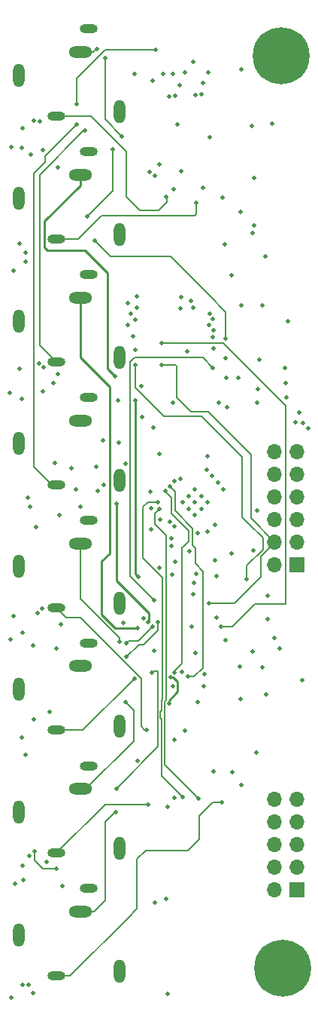
<source format=gbr>
%TF.GenerationSoftware,KiCad,Pcbnew,(6.0.11)*%
%TF.CreationDate,2023-02-18T19:52:45+01:00*%
%TF.ProjectId,eurorack-pmod-pcb,6575726f-7261-4636-9b2d-706d6f642d70,rev?*%
%TF.SameCoordinates,Original*%
%TF.FileFunction,Copper,L3,Inr*%
%TF.FilePolarity,Positive*%
%FSLAX46Y46*%
G04 Gerber Fmt 4.6, Leading zero omitted, Abs format (unit mm)*
G04 Created by KiCad (PCBNEW (6.0.11)) date 2023-02-18 19:52:45*
%MOMM*%
%LPD*%
G01*
G04 APERTURE LIST*
%TA.AperFunction,ComponentPad*%
%ADD10C,0.800000*%
%TD*%
%TA.AperFunction,ComponentPad*%
%ADD11C,6.400000*%
%TD*%
%TA.AperFunction,ComponentPad*%
%ADD12O,1.308000X2.616000*%
%TD*%
%TA.AperFunction,ComponentPad*%
%ADD13O,2.016000X1.008000*%
%TD*%
%TA.AperFunction,ComponentPad*%
%ADD14O,2.616000X1.308000*%
%TD*%
%TA.AperFunction,ComponentPad*%
%ADD15C,0.500000*%
%TD*%
%TA.AperFunction,ComponentPad*%
%ADD16R,1.700000X1.700000*%
%TD*%
%TA.AperFunction,ComponentPad*%
%ADD17O,1.700000X1.700000*%
%TD*%
%TA.AperFunction,ViaPad*%
%ADD18C,0.500000*%
%TD*%
%TA.AperFunction,Conductor*%
%ADD19C,0.254000*%
%TD*%
%TA.AperFunction,Conductor*%
%ADD20C,0.200000*%
%TD*%
%TA.AperFunction,Conductor*%
%ADD21C,0.204000*%
%TD*%
G04 APERTURE END LIST*
D10*
%TO.N,N/C*%
%TO.C,REF\u002A\u002A*%
X12873056Y-2112944D03*
X8776000Y-3810000D03*
X9478944Y-2112944D03*
D11*
X11176000Y-3810000D03*
D10*
X12873056Y-5507056D03*
X11176000Y-1410000D03*
X11176000Y-6210000D03*
X13576000Y-3810000D03*
X9478944Y-5507056D03*
%TD*%
D12*
%TO.N,GND*%
%TO.C,J10*%
X-18382000Y-88772626D03*
D13*
X-10482000Y-83572626D03*
D14*
%TO.N,/JACK_DETECT_OUT3*%
X-11482000Y-86172626D03*
D13*
%TO.N,Net-(J10-PadT)*%
X-14182000Y-93372626D03*
D12*
%TO.N,unconnected-(J10-PadTN)*%
X-7082000Y-92872626D03*
%TD*%
%TO.N,GND*%
%TO.C,J5*%
X-18382000Y-19829771D03*
D13*
X-10482000Y-14629771D03*
D14*
%TO.N,/JACK_DETECT_IN2*%
X-11482000Y-17229771D03*
D13*
%TO.N,Net-(J5-PadT)*%
X-14182000Y-24429771D03*
D12*
%TO.N,unconnected-(J5-PadTN)*%
X-7082000Y-23929771D03*
%TD*%
D15*
%TO.N,GND*%
%TO.C,U1*%
X742645Y-54694482D03*
X2156859Y-54694482D03*
X2156859Y-53280268D03*
X1449752Y-52573161D03*
X742645Y-53280268D03*
X1449752Y-55401589D03*
X1449752Y-53987375D03*
X2863966Y-53987375D03*
X35538Y-53987375D03*
%TD*%
D10*
%TO.N,N/C*%
%TO.C,REF\u002A\u002A*%
X11303000Y-108699000D03*
X13000056Y-107996056D03*
X9605944Y-104601944D03*
X13000056Y-104601944D03*
D11*
X11303000Y-106299000D03*
D10*
X9605944Y-107996056D03*
X13703000Y-106299000D03*
X11303000Y-103899000D03*
X8903000Y-106299000D03*
%TD*%
D16*
%TO.N,Net-(D2-Pad1)*%
%TO.C,J1*%
X12954000Y-97459800D03*
D17*
X10414000Y-97459800D03*
%TO.N,GND*%
X12954000Y-94919800D03*
X10414000Y-94919800D03*
X12954000Y-92379800D03*
X10414000Y-92379800D03*
X12954000Y-89839800D03*
X10414000Y-89839800D03*
%TO.N,Net-(D1-Pad2)*%
X12954000Y-87299800D03*
X10414000Y-87299800D03*
%TD*%
D12*
%TO.N,GND*%
%TO.C,J9*%
X-18382000Y-74984055D03*
D13*
X-10482000Y-69784055D03*
D14*
%TO.N,/JACK_DETECT_OUT2*%
X-11482000Y-72384055D03*
D13*
%TO.N,Net-(J9-PadT)*%
X-14182000Y-79584055D03*
D12*
%TO.N,unconnected-(J9-PadTN)*%
X-7082000Y-79084055D03*
%TD*%
%TO.N,GND*%
%TO.C,J11*%
X-18382000Y-102561200D03*
D13*
X-10482000Y-97361200D03*
D14*
%TO.N,/JACK_DETECT_OUT4*%
X-11482000Y-99961200D03*
D13*
%TO.N,Net-(J11-PadT)*%
X-14182000Y-107161200D03*
D12*
%TO.N,unconnected-(J11-PadTN)*%
X-7082000Y-106661200D03*
%TD*%
%TO.N,GND*%
%TO.C,J7*%
X-18382000Y-47406913D03*
D13*
X-10482000Y-42206913D03*
D14*
%TO.N,/JACK_DETECT_IN4*%
X-11482000Y-44806913D03*
D13*
%TO.N,Net-(J7-PadT)*%
X-14182000Y-52006913D03*
D12*
%TO.N,unconnected-(J7-PadTN)*%
X-7082000Y-51506913D03*
%TD*%
%TO.N,GND*%
%TO.C,J4*%
X-18382000Y-6041200D03*
D13*
X-10482000Y-841200D03*
D14*
%TO.N,/JACK_DETECT_IN1*%
X-11482000Y-3441200D03*
D13*
%TO.N,Net-(J4-PadT)*%
X-14182000Y-10641200D03*
D12*
%TO.N,unconnected-(J4-PadTN)*%
X-7082000Y-10141200D03*
%TD*%
%TO.N,GND*%
%TO.C,J6*%
X-18382000Y-33618342D03*
D13*
X-10482000Y-28418342D03*
D14*
%TO.N,/JACK_DETECT_IN3*%
X-11482000Y-31018342D03*
D13*
%TO.N,Net-(J6-PadT)*%
X-14182000Y-38218342D03*
D12*
%TO.N,unconnected-(J6-PadTN)*%
X-7082000Y-37718342D03*
%TD*%
%TO.N,GND*%
%TO.C,J8*%
X-18382000Y-61195484D03*
D13*
X-10482000Y-55995484D03*
D14*
%TO.N,/JACK_DETECT_OUT1*%
X-11482000Y-58595484D03*
D13*
%TO.N,Net-(J8-PadT)*%
X-14182000Y-65795484D03*
D12*
%TO.N,unconnected-(J8-PadTN)*%
X-7082000Y-65295484D03*
%TD*%
D16*
%TO.N,/SDIN1*%
%TO.C,J2*%
X12954000Y-60960000D03*
D17*
%TO.N,/SCL*%
X10414000Y-60960000D03*
%TO.N,/SDOUT1*%
X12954000Y-58420000D03*
%TO.N,/SDA*%
X10414000Y-58420000D03*
%TO.N,/LRCK*%
X12954000Y-55880000D03*
%TO.N,/PDN*%
X10414000Y-55880000D03*
%TO.N,/BICK*%
X12954000Y-53340000D03*
%TO.N,/MCLK*%
X10414000Y-53340000D03*
%TO.N,GNDD*%
X12954000Y-50800000D03*
X10414000Y-50800000D03*
%TO.N,/C_3V3*%
X12954000Y-48260000D03*
X10414000Y-48260000D03*
%TD*%
D18*
%TO.N,GND*%
X2336800Y-18643600D03*
X8331200Y-82092800D03*
X8534400Y-41300400D03*
X4572000Y-19761200D03*
X6553200Y-76047600D03*
X-932100Y-18802608D03*
X-763232Y-8358162D03*
X2435539Y-74665602D03*
X-154910Y-51371921D03*
X4826000Y-24993600D03*
X8483600Y-42773600D03*
X7951500Y-23749500D03*
X5588000Y-59690000D03*
X-2590800Y-48514000D03*
X1593280Y-62044009D03*
X11582400Y-38862000D03*
X8737600Y-37947600D03*
X-1625600Y-88138000D03*
X2214412Y-8170560D03*
X-1074147Y-74653166D03*
X-1625600Y-109169200D03*
X-1063556Y-42806044D03*
X-5042408Y-83005297D03*
X2968102Y-5718698D03*
X4927600Y-69443600D03*
X6553200Y-21386800D03*
X6654800Y-85750400D03*
X6647100Y-31851929D03*
%TO.N,+3.3VA*%
X-3556000Y-52781200D03*
X11684000Y-40589200D03*
%TO.N,VDD*%
X3911600Y-66954400D03*
X9601200Y-67106800D03*
X-6631160Y-67546300D03*
X3708400Y-60452000D03*
X-13970000Y-16357600D03*
X-15697200Y-14427200D03*
X10363200Y-69240400D03*
X3911600Y-62230000D03*
X-4363398Y-67011059D03*
X11734800Y-42164000D03*
%TO.N,+12V*%
X355600Y-79603600D03*
X6502400Y-72440800D03*
X11938000Y-33680400D03*
X-1778000Y-98501200D03*
X3149600Y-12954000D03*
X8128000Y-17526000D03*
%TO.N,-12V*%
X5537200Y-28498800D03*
X-863600Y-80619600D03*
X-3048000Y-98958400D03*
X6654800Y-5384800D03*
X-558800Y-11531600D03*
%TO.N,Net-(C21-Pad2)*%
X-5334000Y-5892800D03*
X-2133600Y-5842000D03*
%TO.N,Net-(C23-Pad1)*%
X-1270000Y-73609200D03*
X-1473200Y-76555600D03*
%TO.N,Net-(C18-Pad1)*%
X-2590800Y-16002000D03*
X-3688646Y-16895988D03*
%TO.N,/SDIN1*%
X1778000Y-57454800D03*
X9652000Y-64465200D03*
X812800Y-59486800D03*
%TO.N,/SCL*%
X1371600Y-63042800D03*
X-762000Y-60655200D03*
X-1397000Y-56159400D03*
X7274135Y-62648630D03*
X-5283200Y-38557200D03*
%TO.N,/SDOUT1*%
X-1168400Y-58877200D03*
%TO.N,/SDA*%
X-2318956Y-38524244D03*
X-1175508Y-58072404D03*
X3048000Y-65328800D03*
%TO.N,/PDN*%
X13563600Y-73964800D03*
X-2489200Y-55880000D03*
%TO.N,Net-(C25-Pad1)*%
X5689600Y-84277200D03*
X3556000Y-84226400D03*
%TO.N,/-VCOM*%
X-101600Y-16764000D03*
X9042400Y-31902400D03*
X-50800Y-73050400D03*
X1219200Y-64262000D03*
X-3352800Y-6604000D03*
X-3505200Y-54610000D03*
X-3505200Y-57048400D03*
X-863600Y-87172800D03*
X-2576689Y-61301489D03*
X304800Y-5689600D03*
X-3098800Y-17272000D03*
%TO.N,/dual_mono_inputs1/IN1_3V*%
X13193999Y-43857265D03*
X2743200Y-50292000D03*
%TO.N,Net-(RN4-Pad5)*%
X-1475846Y-8460844D03*
X-1066800Y-5892800D03*
%TO.N,/dual_mono_inputs1/IN2_3V*%
X12803761Y-44991100D03*
X3403600Y-51003200D03*
%TO.N,/vref/+3V0_AREF*%
X4165600Y-42824400D03*
X-863600Y-51612800D03*
X2844800Y-48768000D03*
X6299200Y-40030400D03*
%TO.N,/dual_mono_inputs2/IN1_3V*%
X13647500Y-45059600D03*
X4064000Y-51765200D03*
%TO.N,Net-(RN3-Pad5)*%
X-269437Y-7156028D03*
X2387600Y-6858000D03*
%TO.N,/dual_mono_inputs2/IN2_3V*%
X7874000Y-11734800D03*
X14224000Y-45669200D03*
X4673600Y-52527200D03*
X10160000Y-11430000D03*
%TO.N,/dual_mono_outputs1/OUT1*%
X-1361352Y-52210926D03*
X660400Y-73558400D03*
%TO.N,Net-(C20-Pad1)*%
X1524326Y-8284952D03*
X1270000Y-4521200D03*
%TO.N,/dual_mono_outputs1/OUT2*%
X-863600Y-73101200D03*
X-1846497Y-52714850D03*
%TO.N,/dual_mono_outputs2/OUT1*%
X56511Y-87067040D03*
X-2743200Y-53949600D03*
%TO.N,/dual_mono_outputs2/OUT2*%
X-2590800Y-54711600D03*
X1828800Y-87223600D03*
%TO.N,Net-(D3-Pad1)*%
X3505200Y-36728400D03*
X-17983200Y-11938000D03*
%TO.N,Net-(C22-Pad1)*%
X2489200Y-73304400D03*
X1778054Y-76440704D03*
%TO.N,Net-(D4-Pad1)*%
X-18084800Y-14173200D03*
X3454400Y-35458400D03*
%TO.N,Net-(D4-Pad2)*%
X-16691985Y-11111802D03*
X-19202400Y-14071600D03*
%TO.N,Net-(D5-Pad1)*%
X-17627600Y-25908000D03*
X3505200Y-34696400D03*
%TO.N,GNDD*%
X3698929Y-56546040D03*
X-851013Y-56665302D03*
X7924800Y-70713600D03*
X4978400Y-39979600D03*
X10972800Y-70358000D03*
X9499600Y-75590400D03*
X8483600Y-54914800D03*
X558800Y-37033200D03*
X9042400Y-72542400D03*
X-1115401Y-62127521D03*
X5029200Y-43281600D03*
X8018844Y-59428444D03*
X4927600Y-37795200D03*
X2899940Y-57306930D03*
%TO.N,Net-(D5-Pad2)*%
X-16002000Y-11226800D03*
X-17050956Y-14917356D03*
%TO.N,Net-(J4-PadT)*%
X-1778000Y-19659600D03*
%TO.N,Net-(J5-PadT)*%
X1574800Y-20320000D03*
%TO.N,Net-(J6-PadT)*%
X-10972800Y-12242800D03*
%TO.N,Net-(J7-PadT)*%
X-2997200Y-3200400D03*
X-11836400Y-9296400D03*
X-11887200Y-11531600D03*
%TO.N,Net-(J8-PadT)*%
X-4013200Y-79502000D03*
%TO.N,Net-(J9-PadT)*%
X-5366956Y-73794556D03*
%TO.N,Net-(D6-Pad1)*%
X-17627600Y-26974800D03*
X3048000Y-34036000D03*
%TO.N,Net-(D6-Pad2)*%
X-18948400Y-27940000D03*
X-18338800Y-24942800D03*
%TO.N,Net-(D7-Pad1)*%
X3454400Y-33426400D03*
X-18338800Y-38963600D03*
%TO.N,Net-(D8-Pad1)*%
X-18084800Y-42367200D03*
X3149600Y-32766000D03*
%TO.N,Net-(D8-Pad2)*%
X-16143262Y-38376033D03*
X-19405600Y-41656000D03*
%TO.N,Net-(D9-Pad1)*%
X-203200Y-32207200D03*
X1219200Y-32156400D03*
X-17373600Y-53492400D03*
%TO.N,Net-(D9-Pad2)*%
X-15687900Y-41505053D03*
X-15595600Y-38811200D03*
%TO.N,Net-(D10-Pad1)*%
X-3200400Y-45567600D03*
X-4521200Y-44399200D03*
X-17119600Y-54457600D03*
X1016000Y-31343600D03*
X-121341Y-30971349D03*
%TO.N,Net-(D10-Pad2)*%
X-13978881Y-39620301D03*
X-14499890Y-40634418D03*
%TO.N,Net-(D11-Pad1)*%
X-19020003Y-66751200D03*
X-5080000Y-30835600D03*
%TO.N,Net-(D12-Pad1)*%
X-17983200Y-68630800D03*
X-6075670Y-31638221D03*
%TO.N,Net-(D12-Pad2)*%
X-16265300Y-66381441D03*
X-19354800Y-69392800D03*
%TO.N,Net-(D13-Pad1)*%
X-14325600Y-49530000D03*
X-5130800Y-32156400D03*
X-16459200Y-56794400D03*
X-18034000Y-80365600D03*
%TO.N,Net-(D13-Pad2)*%
X-16744691Y-70042924D03*
X-15734016Y-65926423D03*
%TO.N,Net-(D14-Pad1)*%
X-12496800Y-50139600D03*
X-13817600Y-55372000D03*
X-17656935Y-82345390D03*
X-5740400Y-32816800D03*
%TO.N,Net-(J10-PadT)*%
X-3860800Y-87884000D03*
%TO.N,Net-(D14-Pad2)*%
X-14893700Y-77548953D03*
X-13665200Y-67716400D03*
X-16697001Y-78340617D03*
X-14122400Y-70358000D03*
%TO.N,Net-(D15-Pad1)*%
X-17932400Y-94742000D03*
X-9652000Y-49987200D03*
X-5283200Y-33477200D03*
X-9499600Y-52730400D03*
%TO.N,Net-(D16-Pad1)*%
X-17881600Y-96418400D03*
X-11430000Y-54508400D03*
X-11938000Y-52527200D03*
X-6096000Y-34086800D03*
%TO.N,Net-(D16-Pad2)*%
X-17194056Y-93667958D03*
X-18846800Y-96824800D03*
%TO.N,Net-(D17-Pad1)*%
X-8940800Y-46990000D03*
X-17971503Y-108153200D03*
X-8788400Y-52019200D03*
X-5537200Y-35306000D03*
%TO.N,Net-(D17-Pad2)*%
X-16644556Y-93134244D03*
X-14182500Y-95148400D03*
%TO.N,Net-(D18-Pad1)*%
X-7213600Y-42570400D03*
X-7112000Y-47244000D03*
X-5283200Y-36830000D03*
X-4622800Y-40894000D03*
X-6400800Y-49631600D03*
X-17272000Y-108153200D03*
%TO.N,Net-(D18-Pad2)*%
X-13512800Y-97028000D03*
X-15290800Y-94386400D03*
X-16764000Y-109067600D03*
X-19258700Y-109575600D03*
%TO.N,/JACK_DETECT_IN1*%
X4927600Y-35560000D03*
X-6756400Y-12903200D03*
X-9601200Y-3048000D03*
X-7823200Y-14325600D03*
X3454400Y-38862000D03*
X-10668000Y-21844000D03*
X-9855200Y-24587200D03*
X-3149600Y-64973200D03*
X-8686800Y-4064000D03*
%TO.N,/JACK_DETECT_IN2*%
X-5232400Y-42519600D03*
X-4927600Y-62382400D03*
X-7569200Y-39827200D03*
%TO.N,/JACK_DETECT_IN3*%
X-4978400Y-68122800D03*
%TO.N,/JACK_DETECT_IN4*%
X-3809244Y-67437928D03*
X-7366000Y-54152800D03*
%TO.N,/JACK_DETECT_OUT1*%
X-3184800Y-70647200D03*
X-7061200Y-69646800D03*
%TO.N,/JACK_DETECT_OUT2*%
X-6248400Y-69799200D03*
X-3302000Y-67919600D03*
%TO.N,/JACK_DETECT_OUT3*%
X-2763353Y-67418293D03*
X-6400800Y-76403200D03*
X-6248400Y-71323200D03*
%TO.N,/JACK_DETECT_OUT4*%
X-3398742Y-73072653D03*
X-7467600Y-88747600D03*
X-7416800Y-86156800D03*
X1473200Y-70916800D03*
%TO.N,Net-(J11-PadT)*%
X4470400Y-87680800D03*
%TO.N,/~{PDN}*%
X-2336800Y-36068000D03*
X4368800Y-67919600D03*
X1117600Y-67919600D03*
%TO.N,Net-(RN7-Pad6)*%
X8077200Y-22860000D03*
X9398000Y-26365200D03*
%TD*%
D19*
%TO.N,Net-(C23-Pad1)*%
X-1473200Y-76200000D02*
X-609600Y-75336400D01*
X-609600Y-75336400D02*
X-508000Y-75234800D01*
X-508000Y-75234800D02*
X-508000Y-74117200D01*
X-1016000Y-73609200D02*
X-1270000Y-73609200D01*
X-1473200Y-76555600D02*
X-1473200Y-76200000D01*
X-508000Y-74117200D02*
X-1016000Y-73609200D01*
D20*
%TO.N,/SCL*%
X9093200Y-59283600D02*
X9093200Y-57962800D01*
X6756400Y-55626000D02*
X6756400Y-48920400D01*
X7274135Y-61102665D02*
X9093200Y-59283600D01*
X-5283200Y-41097200D02*
X-5283200Y-38557200D01*
X7274135Y-62648630D02*
X7274135Y-61102665D01*
X2184400Y-44348400D02*
X-2032000Y-44348400D01*
X7467600Y-56337200D02*
X6756400Y-55626000D01*
X-2032000Y-44348400D02*
X-5283200Y-41097200D01*
X6756400Y-48920400D02*
X2184400Y-44348400D01*
X9093200Y-57962800D02*
X7467600Y-56337200D01*
D21*
%TO.N,/SDA*%
X-609600Y-42214800D02*
X-609600Y-38658800D01*
X8834301Y-60110307D02*
X8834301Y-62387299D01*
X7772400Y-55778400D02*
X7772400Y-48615600D01*
X8834301Y-62387299D02*
X5892800Y-65328800D01*
X7772400Y-48615600D02*
X2946400Y-43789600D01*
X10414000Y-58530608D02*
X8834301Y-60110307D01*
X5892800Y-65328800D02*
X3048000Y-65328800D01*
X965200Y-43789600D02*
X-609600Y-42214800D01*
X2946400Y-43789600D02*
X965200Y-43789600D01*
X-744156Y-38524244D02*
X-2318956Y-38524244D01*
X10414000Y-58420000D02*
X7772400Y-55778400D01*
X10414000Y-58420000D02*
X10414000Y-58530608D01*
X-609600Y-38658800D02*
X-744156Y-38524244D01*
D20*
%TO.N,/dual_mono_outputs1/OUT1*%
X1473200Y-59131200D02*
X1473200Y-60858400D01*
X-1361352Y-52210926D02*
X-1361352Y-52232648D01*
X-812800Y-52781200D02*
X-812800Y-54914800D01*
X1168400Y-56896000D02*
X1168400Y-58826400D01*
X1168400Y-58826400D02*
X1473200Y-59131200D01*
X1473200Y-60858400D02*
X2336800Y-61722000D01*
X1371600Y-73558400D02*
X660400Y-73558400D01*
X2336800Y-61722000D02*
X2336800Y-72593200D01*
X-1361352Y-52232648D02*
X-812800Y-52781200D01*
X-812800Y-54914800D02*
X1168400Y-56896000D01*
X2336800Y-72593200D02*
X1371600Y-73558400D01*
%TO.N,/dual_mono_outputs1/OUT2*%
X-1219200Y-55219600D02*
X0Y-56438800D01*
X152400Y-58928000D02*
X101600Y-58928000D01*
X101600Y-58928000D02*
X0Y-59029600D01*
X711200Y-58369200D02*
X152400Y-58928000D01*
X-1219200Y-55067200D02*
X-1219200Y-55219600D01*
X-863600Y-72898000D02*
X-863600Y-73101200D01*
X-1219200Y-53441600D02*
X-1219200Y-55067200D01*
X0Y-61976000D02*
X0Y-72034400D01*
X0Y-56438800D02*
X711200Y-57150000D01*
X-1846497Y-52814303D02*
X-1320800Y-53340000D01*
X711200Y-57150000D02*
X711200Y-58369200D01*
X-101600Y-72136000D02*
X-863600Y-72898000D01*
X0Y-59029600D02*
X0Y-61976000D01*
X-1320800Y-53340000D02*
X-1219200Y-53441600D01*
X0Y-72034400D02*
X-101600Y-72136000D01*
X-1846497Y-52714850D02*
X-1846497Y-52814303D01*
%TO.N,/dual_mono_outputs2/OUT1*%
X-4419600Y-54508400D02*
X-4419600Y-60242620D01*
X-2213853Y-76128111D02*
X-2299201Y-76213459D01*
X-4419600Y-60242620D02*
X-2213853Y-62448367D01*
X-2443745Y-77516539D02*
X-2443745Y-78200821D01*
X-2299201Y-77371995D02*
X-2443745Y-77516539D01*
X-2743200Y-53949600D02*
X-3860800Y-53949600D01*
X-2213853Y-62448367D02*
X-2213853Y-76128111D01*
X-3860800Y-53949600D02*
X-4419600Y-54508400D01*
X-2299201Y-76213459D02*
X-2299201Y-77371995D01*
X-2443745Y-78200821D02*
X-2299201Y-78345365D01*
X-2299201Y-84711328D02*
X56511Y-87067040D01*
X-2299201Y-78345365D02*
X-2299201Y-84711328D01*
%TO.N,/dual_mono_outputs2/OUT2*%
X-1826701Y-57710899D02*
X-1826701Y-76202701D01*
X-1972700Y-83422100D02*
X1828800Y-87223600D01*
X-3098800Y-56438800D02*
X-1826701Y-57710899D01*
X-1826701Y-76202701D02*
X-1972700Y-76348700D01*
X-3098800Y-55219600D02*
X-3098800Y-56438800D01*
X-2590800Y-54711600D02*
X-3098800Y-55219600D01*
X-1972700Y-76348700D02*
X-1972700Y-83422100D01*
%TO.N,Net-(J4-PadT)*%
X-10237600Y-10641200D02*
X-7467600Y-13411200D01*
X-6299200Y-14579600D02*
X-6299200Y-18592800D01*
X-6299200Y-18592800D02*
X-6299200Y-19710400D01*
X-2641600Y-21234400D02*
X-1676400Y-20269200D01*
X-7467600Y-13411200D02*
X-6299200Y-14579600D01*
X-14182000Y-10641200D02*
X-10237600Y-10641200D01*
X-6299200Y-19710400D02*
X-4775200Y-21234400D01*
X-1676400Y-20269200D02*
X-1676400Y-19761200D01*
X-1676400Y-19761200D02*
X-1778000Y-19659600D01*
X-4775200Y-21234400D02*
X-2641600Y-21234400D01*
%TO.N,Net-(J5-PadT)*%
X-14182000Y-24429771D02*
X-11678971Y-24429771D01*
X-9144000Y-21894800D02*
X-9042400Y-21793200D01*
X-9042400Y-21793200D02*
X1422400Y-21793200D01*
X-11678971Y-24429771D02*
X-9144000Y-21894800D01*
X1422400Y-21793200D02*
X1574800Y-21640800D01*
X1574800Y-21640800D02*
X1574800Y-20320000D01*
%TO.N,Net-(J6-PadT)*%
X-16052800Y-17221200D02*
X-11074400Y-12242800D01*
X-16052800Y-36347542D02*
X-16052800Y-17221200D01*
X-14182000Y-38218342D02*
X-16052800Y-36347542D01*
X-11074400Y-12242800D02*
X-10972800Y-12242800D01*
%TO.N,Net-(J7-PadT)*%
X-8686800Y-3200400D02*
X-2997200Y-3200400D01*
X-14182000Y-52006913D02*
X-14686000Y-52006913D01*
X-8686800Y-3200400D02*
X-11836400Y-6350000D01*
X-15452500Y-15096900D02*
X-11887200Y-11531600D01*
X-16713200Y-49979713D02*
X-16713200Y-17018000D01*
X-16713200Y-17018000D02*
X-15452500Y-15757300D01*
X-11836400Y-6350000D02*
X-11836400Y-9296400D01*
X-14686000Y-52006913D02*
X-16713200Y-49979713D01*
X-15452500Y-15757300D02*
X-15452500Y-15096900D01*
%TO.N,Net-(J8-PadT)*%
X-14182000Y-65795484D02*
X-13074000Y-66903484D01*
X-13074000Y-66903484D02*
X-11480916Y-66903484D01*
X-4216400Y-79502000D02*
X-4013200Y-79502000D01*
X-4622800Y-79095600D02*
X-4216400Y-79502000D01*
X-11480916Y-66903484D02*
X-4622800Y-73761600D01*
X-4622800Y-73761600D02*
X-4622800Y-79095600D01*
%TO.N,Net-(J9-PadT)*%
X-14182000Y-79584055D02*
X-11156455Y-79584055D01*
X-11156455Y-79584055D02*
X-5366956Y-73794556D01*
%TO.N,Net-(J10-PadT)*%
X-14182000Y-93372626D02*
X-8693374Y-87884000D01*
X-8693374Y-87884000D02*
X-3860800Y-87884000D01*
%TO.N,Net-(D17-Pad2)*%
X-15697200Y-95148400D02*
X-16644556Y-94201044D01*
X-14182500Y-95148400D02*
X-15697200Y-95148400D01*
X-16644556Y-94201044D02*
X-16644556Y-93134244D01*
%TO.N,/JACK_DETECT_IN1*%
X-5851300Y-62271500D02*
X-3149600Y-64973200D01*
X-9994400Y-3441200D02*
X-9601200Y-3048000D01*
X-11482000Y-3441200D02*
X-9994400Y-3441200D01*
X-7823200Y-18999200D02*
X-10668000Y-21844000D01*
X-5384800Y-37744400D02*
X-5851300Y-38210900D01*
X-8077200Y-26365200D02*
X-5334000Y-26365200D01*
X-7823200Y-14325600D02*
X-7823200Y-18999200D01*
X4927600Y-32613600D02*
X4927600Y-35560000D01*
X-8686800Y-10972800D02*
X-6756400Y-12903200D01*
X-1320800Y-26365200D02*
X2997200Y-30683200D01*
X-5851300Y-38210900D02*
X-5851300Y-62271500D01*
X-5334000Y-26365200D02*
X-1320800Y-26365200D01*
X2336800Y-37744400D02*
X-5384800Y-37744400D01*
X-9855200Y-24587200D02*
X-8077200Y-26365200D01*
X2997200Y-30683200D02*
X4927600Y-32613600D01*
X3454400Y-38862000D02*
X2336800Y-37744400D01*
X-8686800Y-4064000D02*
X-8686800Y-10972800D01*
D19*
%TO.N,/JACK_DETECT_IN2*%
X-8432800Y-28194000D02*
X-10922000Y-25704800D01*
X-8432800Y-38963600D02*
X-8432800Y-28194000D01*
X-5283200Y-62026800D02*
X-5283200Y-44145200D01*
X-5283200Y-42570400D02*
X-5232400Y-42519600D01*
X-5283200Y-44145200D02*
X-5283200Y-42570400D01*
X-15189200Y-25704800D02*
X-15517000Y-25377000D01*
X-10922000Y-25704800D02*
X-15189200Y-25704800D01*
X-4927600Y-62382400D02*
X-5283200Y-62026800D01*
X-7569200Y-39827200D02*
X-8432800Y-38963600D01*
X-11482000Y-18390800D02*
X-11482000Y-17229771D01*
X-15517000Y-25377000D02*
X-15517000Y-22425800D01*
X-15517000Y-22425800D02*
X-11482000Y-18390800D01*
%TO.N,/JACK_DETECT_IN3*%
X-4978400Y-68122800D02*
X-7575636Y-68122800D01*
X-7575636Y-68122800D02*
X-9093200Y-66605236D01*
X-8178800Y-41046400D02*
X-11482000Y-37743200D01*
X-9093200Y-66605236D02*
X-9093200Y-60604400D01*
X-8178800Y-59690000D02*
X-8178800Y-41046400D01*
X-9093200Y-60604400D02*
X-8178800Y-59690000D01*
X-11482000Y-37743200D02*
X-11482000Y-31018342D01*
%TO.N,/JACK_DETECT_IN4*%
X-7366000Y-62788800D02*
X-3730258Y-66424542D01*
X-3730258Y-67358942D02*
X-3809244Y-67437928D01*
X-7366000Y-54152800D02*
X-7366000Y-62788800D01*
X-3730258Y-66424542D02*
X-3730258Y-67358942D01*
D20*
%TO.N,/JACK_DETECT_OUT1*%
X-11482000Y-64819600D02*
X-9956800Y-66344800D01*
X-9956800Y-66344800D02*
X-7061200Y-69240400D01*
X-7061200Y-69240400D02*
X-7061200Y-69646800D01*
X-11482000Y-58595484D02*
X-11482000Y-64819600D01*
%TO.N,/JACK_DETECT_OUT2*%
X-6248400Y-69799200D02*
X-6001299Y-69552099D01*
X-6001299Y-69552099D02*
X-4934499Y-69552099D01*
X-4934499Y-69552099D02*
X-3302000Y-67919600D01*
%TO.N,/JACK_DETECT_OUT3*%
X-5435600Y-77673200D02*
X-5435600Y-77368400D01*
X-11482000Y-86172626D02*
X-10828000Y-86172626D01*
X-4876800Y-69951600D02*
X-4318000Y-69951600D01*
X-2692400Y-67489246D02*
X-2763353Y-67418293D01*
X-5435600Y-80780226D02*
X-5435600Y-77673200D01*
X-4318000Y-69951600D02*
X-2692400Y-68326000D01*
X-5435600Y-77368400D02*
X-6400800Y-76403200D01*
X-2692400Y-68326000D02*
X-2692400Y-67489246D01*
X-10828000Y-86172626D02*
X-5435600Y-80780226D01*
X-6248400Y-71323200D02*
X-4876800Y-69951600D01*
%TO.N,/JACK_DETECT_OUT4*%
X-2770246Y-78336062D02*
X-2770246Y-77381298D01*
X-2692400Y-77303452D02*
X-2692400Y-72948800D01*
X-2692400Y-72948800D02*
X-3274889Y-72948800D01*
X-8636000Y-89865200D02*
X-8026400Y-89255600D01*
X-2770246Y-77381298D02*
X-2692400Y-77303452D01*
X-2692400Y-78413908D02*
X-2770246Y-78336062D01*
X-8636000Y-98704400D02*
X-8636000Y-89865200D01*
X-11482000Y-99961200D02*
X-9892800Y-99961200D01*
X-8026400Y-89255600D02*
X-7518400Y-88747600D01*
X-7416800Y-86156800D02*
X-2692400Y-81432400D01*
X-2692400Y-81432400D02*
X-2692400Y-78413908D01*
X-7518400Y-88747600D02*
X-7467600Y-88747600D01*
X-9892800Y-99961200D02*
X-8636000Y-98704400D01*
X-3274889Y-72948800D02*
X-3398742Y-73072653D01*
%TO.N,Net-(J11-PadT)*%
X3454400Y-87680800D02*
X4470400Y-87680800D01*
X-14182000Y-107161200D02*
X-12622400Y-107161200D01*
X-5080000Y-94030800D02*
X-4114800Y-93065600D01*
X-5080000Y-99618800D02*
X-5080000Y-94030800D01*
X660400Y-93065600D02*
X1930400Y-91795600D01*
X-4114800Y-93065600D02*
X660400Y-93065600D01*
X1930400Y-89204800D02*
X3454400Y-87680800D01*
X1930400Y-91795600D02*
X1930400Y-89204800D01*
X-12622400Y-107161200D02*
X-6146800Y-100685600D01*
X-6146800Y-100685600D02*
X-5080000Y-99618800D01*
%TO.N,/~{PDN}*%
X4622800Y-36068000D02*
X-2336800Y-36068000D01*
X11684000Y-65379600D02*
X11684000Y-43129200D01*
X5638800Y-67919600D02*
X7670800Y-65887600D01*
X8636000Y-40081200D02*
X4622800Y-36068000D01*
X11684000Y-43129200D02*
X8636000Y-40081200D01*
X4368800Y-67919600D02*
X5638800Y-67919600D01*
X7670800Y-65887600D02*
X8178800Y-65379600D01*
X8178800Y-65379600D02*
X11684000Y-65379600D01*
%TD*%
M02*

</source>
